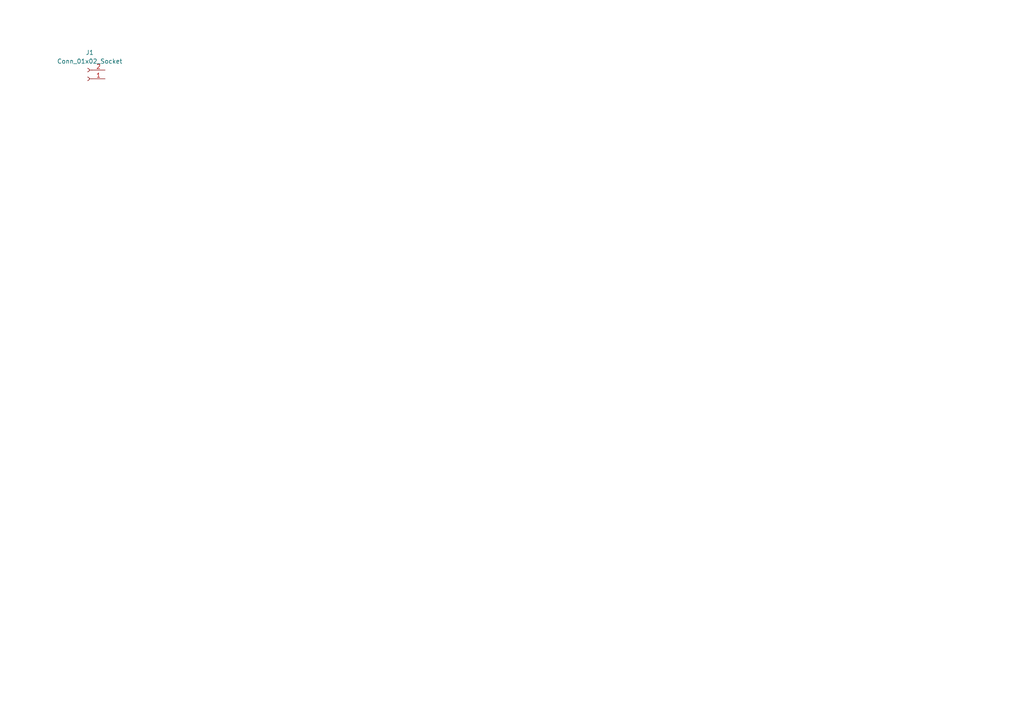
<source format=kicad_sch>
(kicad_sch (version 20250114) (generator "eeschema") (generator_version "9.0")
  (paper "A4")
  (lib_symbols
    (symbol "Connector:Conn_01x02_Socket" (pin_names (offset 1.016) (hide yes))
      (property "Reference" "J" (at 0 2.54 0))
      (property "Value" "Conn_01x02_Socket" (at 0 -5.08 0))
      (symbol "Conn_01x02_Socket_1_1"
        (polyline (pts (xy -1.27 0) (xy -0.508 0)) (stroke (width 0.1524)))
        (polyline (pts (xy -1.27 -2.54) (xy -0.508 -2.54)) (stroke (width 0.1524)))
        (arc (start 0 -0.508) (mid -0.5058 0) (end 0 0.508) (stroke (width 0.1524)))
        (arc (start 0 -3.048) (mid -0.5058 -2.54) (end 0 -2.032) (stroke (width 0.1524)))
        (pin passive line (at -5.08 0 0) (length 3.81) (name "Pin_1") (number "1"))
        (pin passive line (at -5.08 -2.54 0) (length 3.81) (name "Pin_2") (number "2"))
      )
    )
  )
  (symbol (lib_id "Connector:Conn_01x02_Socket") (at 25.4 22.86 180) (unit 1)
    (property "Reference" "J1" (at 26.035 15.24 0))
    (property "Value" "Conn_01x02_Socket" (at 26.035 17.78 0))
    (property "Footprint" "Connector_JST:JST_PH_B2B-PH-K_1x02_P2.00mm_Vertical" (effects (hide yes)))
    (property "Description" "Generic connector, single row, 01x02, script generated" (effects (hide yes)))
  )
)
</source>
